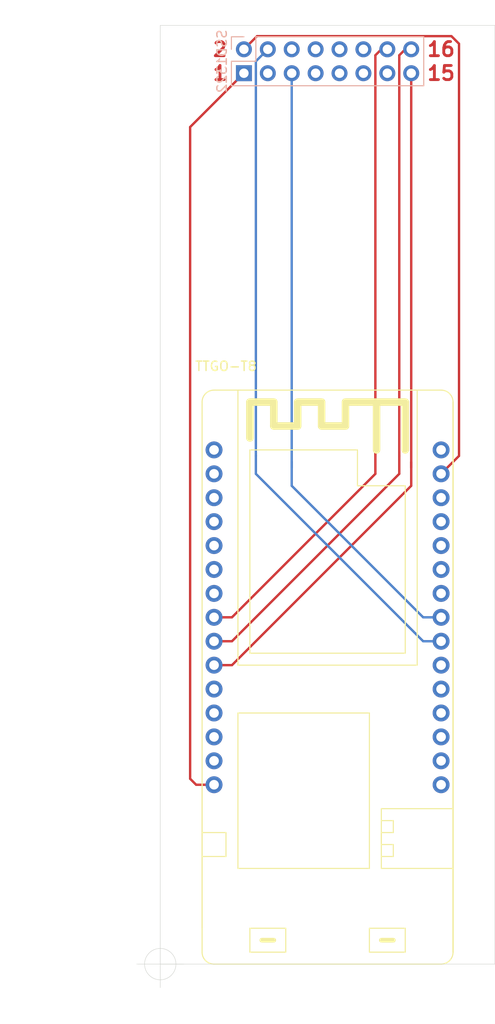
<source format=kicad_pcb>
(kicad_pcb (version 20171130) (host pcbnew 5.1.9)

  (general
    (thickness 1.6)
    (drawings 11)
    (tracks 34)
    (zones 0)
    (modules 2)
    (nets 1)
  )

  (page A4)
  (title_block
    (title Verbindungsplatine)
    (date 2021-03-26)
    (company "Oliver Jaksch")
  )

  (layers
    (0 F.Cu signal)
    (31 B.Cu signal)
    (32 B.Adhes user)
    (33 F.Adhes user)
    (34 B.Paste user)
    (35 F.Paste user)
    (36 B.SilkS user)
    (37 F.SilkS user)
    (38 B.Mask user)
    (39 F.Mask user)
    (40 Dwgs.User user)
    (41 Cmts.User user)
    (42 Eco1.User user)
    (43 Eco2.User user)
    (44 Edge.Cuts user)
    (45 Margin user)
    (46 B.CrtYd user)
    (47 F.CrtYd user)
    (48 B.Fab user)
    (49 F.Fab user)
  )

  (setup
    (last_trace_width 0.25)
    (trace_clearance 0.2)
    (zone_clearance 0.508)
    (zone_45_only no)
    (trace_min 0.2)
    (via_size 0.8)
    (via_drill 0.4)
    (via_min_size 0.4)
    (via_min_drill 0.3)
    (uvia_size 0.3)
    (uvia_drill 0.1)
    (uvias_allowed no)
    (uvia_min_size 0.2)
    (uvia_min_drill 0.1)
    (edge_width 0.05)
    (segment_width 0.2)
    (pcb_text_width 0.3)
    (pcb_text_size 1.5 1.5)
    (mod_edge_width 0.12)
    (mod_text_size 1 1)
    (mod_text_width 0.15)
    (pad_size 1.7 1.7)
    (pad_drill 1)
    (pad_to_mask_clearance 0)
    (aux_axis_origin 132.08 151.13)
    (grid_origin 132.08 151.13)
    (visible_elements FFFFFF7F)
    (pcbplotparams
      (layerselection 0x010fc_ffffffff)
      (usegerberextensions true)
      (usegerberattributes false)
      (usegerberadvancedattributes false)
      (creategerberjobfile false)
      (excludeedgelayer true)
      (linewidth 0.150000)
      (plotframeref false)
      (viasonmask false)
      (mode 1)
      (useauxorigin false)
      (hpglpennumber 1)
      (hpglpenspeed 20)
      (hpglpendiameter 15.000000)
      (psnegative false)
      (psa4output false)
      (plotreference true)
      (plotvalue true)
      (plotinvisibletext false)
      (padsonsilk true)
      (subtractmaskfromsilk false)
      (outputformat 1)
      (mirror false)
      (drillshape 0)
      (scaleselection 1)
      (outputdirectory "/tmp/x/pcbway"))
  )

  (net 0 "")

  (net_class Default "Dies ist die voreingestellte Netzklasse."
    (clearance 0.2)
    (trace_width 0.25)
    (via_dia 0.8)
    (via_drill 0.4)
    (uvia_dia 0.3)
    (uvia_drill 0.1)
  )

  (module ttgo:TTGO-T8 (layer F.Cu) (tedit 605DCED6) (tstamp 605E0884)
    (at 137.795 96.52)
    (fp_text reference TTGO-T8 (at 1.27 -8.89) (layer F.SilkS)
      (effects (font (size 1 1) (thickness 0.15)))
    )
    (fp_text value TTGO-T8 (at 9.525 35.56) (layer F.Fab)
      (effects (font (size 1 1) (thickness 0.15)))
    )
    (fp_line (start 16.51 50.8) (end 20.32 50.8) (layer F.SilkS) (width 0.12))
    (fp_line (start 17.78 52.07) (end 19.05 52.07) (layer F.SilkS) (width 0.5))
    (fp_line (start 16.51 53.34) (end 16.51 50.8) (layer F.SilkS) (width 0.12))
    (fp_line (start 20.32 53.34) (end 16.51 53.34) (layer F.SilkS) (width 0.12))
    (fp_line (start 20.32 50.8) (end 20.32 53.34) (layer F.SilkS) (width 0.12))
    (fp_line (start 25.4 -5.08) (end 25.4 53.34) (layer F.SilkS) (width 0.15))
    (fp_line (start -1.27 -5.08) (end -1.27 -3.81) (layer F.SilkS) (width 0.12))
    (fp_line (start -1.27 -3.81) (end -1.27 53.34) (layer F.SilkS) (width 0.12))
    (fp_line (start -1.27 35.56) (end -1.27 50.8) (layer F.SilkS) (width 0.12))
    (fp_line (start 0 54.61) (end 24.13 54.61) (layer F.SilkS) (width 0.12))
    (fp_line (start 25.4 -5.08) (end 25.4 -5.08) (layer F.SilkS) (width 0.12))
    (fp_line (start 24.13 -6.35) (end 0 -6.35) (layer F.SilkS) (width 0.12))
    (fp_line (start 25.4 38.1) (end 17.78 38.1) (layer F.SilkS) (width 0.12))
    (fp_line (start 17.78 38.1) (end 17.78 43.18) (layer F.SilkS) (width 0.12))
    (fp_line (start 17.78 39.37) (end 19.05 39.37) (layer F.SilkS) (width 0.12))
    (fp_line (start 19.05 39.37) (end 19.05 40.64) (layer F.SilkS) (width 0.12))
    (fp_line (start 19.05 40.64) (end 17.78 40.64) (layer F.SilkS) (width 0.12))
    (fp_line (start 17.78 40.64) (end 17.78 41.91) (layer F.SilkS) (width 0.12))
    (fp_line (start 17.78 41.91) (end 19.05 41.91) (layer F.SilkS) (width 0.12))
    (fp_line (start 19.05 41.91) (end 19.05 43.18) (layer F.SilkS) (width 0.12))
    (fp_line (start 19.05 43.18) (end 17.78 43.18) (layer F.SilkS) (width 0.12))
    (fp_line (start 17.78 43.18) (end 17.78 44.45) (layer F.SilkS) (width 0.12))
    (fp_line (start 17.78 44.45) (end 25.4 44.45) (layer F.SilkS) (width 0.12))
    (fp_line (start 2.54 27.94) (end 16.51 27.94) (layer F.SilkS) (width 0.12))
    (fp_line (start 16.51 27.94) (end 16.51 44.45) (layer F.SilkS) (width 0.12))
    (fp_line (start 16.51 44.45) (end 2.54 44.45) (layer F.SilkS) (width 0.12))
    (fp_line (start 2.54 44.45) (end 2.54 27.94) (layer F.SilkS) (width 0.12))
    (fp_line (start -1.27 40.64) (end 1.27 40.64) (layer F.SilkS) (width 0.12))
    (fp_line (start 1.27 40.64) (end 1.27 43.18) (layer F.SilkS) (width 0.12))
    (fp_line (start 1.27 43.18) (end -1.27 43.18) (layer F.SilkS) (width 0.12))
    (fp_line (start 2.54 22.86) (end 2.54 -6.35) (layer F.SilkS) (width 0.12))
    (fp_line (start 2.54 22.86) (end 21.59 22.86) (layer F.SilkS) (width 0.12))
    (fp_line (start 21.59 22.86) (end 21.59 -6.35) (layer F.SilkS) (width 0.12))
    (fp_line (start 3.81 0) (end 15.24 0) (layer F.SilkS) (width 0.12))
    (fp_line (start 15.24 0) (end 15.24 2.54) (layer F.SilkS) (width 0.12))
    (fp_line (start 15.24 2.54) (end 15.24 3.81) (layer F.SilkS) (width 0.12))
    (fp_line (start 15.24 3.81) (end 20.32 3.81) (layer F.SilkS) (width 0.12))
    (fp_line (start 20.32 3.81) (end 20.32 21.59) (layer F.SilkS) (width 0.12))
    (fp_line (start 20.32 21.59) (end 3.81 21.59) (layer F.SilkS) (width 0.12))
    (fp_line (start 3.81 21.59) (end 3.81 0) (layer F.SilkS) (width 0.12))
    (fp_line (start 7.62 50.8) (end 7.62 53.34) (layer F.SilkS) (width 0.12))
    (fp_line (start 7.62 53.34) (end 3.81 53.34) (layer F.SilkS) (width 0.12))
    (fp_line (start 3.81 53.34) (end 3.81 50.8) (layer F.SilkS) (width 0.12))
    (fp_line (start 3.81 50.8) (end 7.62 50.8) (layer F.SilkS) (width 0.12))
    (fp_line (start 5.08 52.07) (end 6.35 52.07) (layer F.SilkS) (width 0.5))
    (fp_line (start 20.32 0) (end 20.32 -5.08) (layer F.SilkS) (width 0.8))
    (fp_line (start 20.32 -5.08) (end 15.24 -5.08) (layer F.SilkS) (width 0.8))
    (fp_line (start 15.24 -5.08) (end 13.97 -5.08) (layer F.SilkS) (width 0.8))
    (fp_line (start 13.97 -5.08) (end 13.97 -2.54) (layer F.SilkS) (width 0.8))
    (fp_line (start 13.97 -2.54) (end 11.43 -2.54) (layer F.SilkS) (width 0.8))
    (fp_line (start 11.43 -2.54) (end 11.43 -5.08) (layer F.SilkS) (width 0.8))
    (fp_line (start 11.43 -5.08) (end 8.89 -5.08) (layer F.SilkS) (width 0.8))
    (fp_line (start 8.89 -5.08) (end 8.89 -2.54) (layer F.SilkS) (width 0.8))
    (fp_line (start 8.89 -2.54) (end 6.35 -2.54) (layer F.SilkS) (width 0.8))
    (fp_line (start 6.35 -2.54) (end 6.35 -5.08) (layer F.SilkS) (width 0.8))
    (fp_line (start 6.35 -5.08) (end 3.81 -5.08) (layer F.SilkS) (width 0.8))
    (fp_line (start 3.81 -5.08) (end 3.81 -1.27) (layer F.SilkS) (width 0.8))
    (fp_line (start 17.272 0) (end 17.272 -5.08) (layer F.SilkS) (width 0.8))
    (fp_arc (start 0 -5.08) (end 0 -6.35) (angle -90) (layer F.SilkS) (width 0.12))
    (fp_arc (start 24.13 -5.08) (end 25.4 -5.08) (angle -90) (layer F.SilkS) (width 0.12))
    (fp_arc (start 24.13 53.34) (end 24.13 54.61) (angle -90) (layer F.SilkS) (width 0.12))
    (fp_arc (start 0 53.34) (end -1.27 53.34) (angle -90) (layer F.SilkS) (width 0.12))
    (pad 5V thru_hole circle (at 24.13 35.56) (size 1.8 1.8) (drill 1.02) (layers *.Cu *.Mask))
    (pad 4 thru_hole circle (at 24.13 33.02) (size 1.8 1.8) (drill 1.02) (layers *.Cu *.Mask))
    (pad 0 thru_hole circle (at 24.13 30.48) (size 1.8 1.8) (drill 1.02) (layers *.Cu *.Mask))
    (pad GND thru_hole circle (at 24.13 27.94) (size 1.8 1.8) (drill 1.02) (layers *.Cu *.Mask))
    (pad 2 thru_hole circle (at 24.13 25.4) (size 1.8 1.8) (drill 1.02) (layers *.Cu *.Mask))
    (pad 5 thru_hole circle (at 24.13 22.86) (size 1.8 1.8) (drill 1.02) (layers *.Cu *.Mask))
    (pad 18 thru_hole circle (at 24.13 20.32) (size 1.8 1.8) (drill 1.02) (layers *.Cu *.Mask))
    (pad 23 thru_hole circle (at 24.13 17.78) (size 1.8 1.8) (drill 1.02) (layers *.Cu *.Mask))
    (pad 19 thru_hole circle (at 24.13 15.24) (size 1.8 1.8) (drill 1.02) (layers *.Cu *.Mask))
    (pad 22 thru_hole circle (at 24.13 12.7) (size 1.8 1.8) (drill 1.02) (layers *.Cu *.Mask))
    (pad RXD thru_hole circle (at 24.13 10.16) (size 1.8 1.8) (drill 1.02) (layers *.Cu *.Mask))
    (pad TXD thru_hole circle (at 24.13 7.62) (size 1.8 1.8) (drill 1.02) (layers *.Cu *.Mask))
    (pad 21 thru_hole circle (at 24.13 5.08) (size 1.8 1.8) (drill 1.02) (layers *.Cu *.Mask))
    (pad 3-3 thru_hole circle (at 24.13 2.54) (size 1.8 1.8) (drill 1.02) (layers *.Cu *.Mask))
    (pad GND thru_hole circle (at 24.13 0) (size 1.8 1.8) (drill 1.02) (layers *.Cu *.Mask))
    (pad GND thru_hole circle (at 0 35.56) (size 1.8 1.8) (drill 1.02) (layers *.Cu *.Mask))
    (pad 15 thru_hole circle (at 0 33.02) (size 1.8 1.8) (drill 1.02) (layers *.Cu *.Mask))
    (pad 13 thru_hole circle (at 0 30.48) (size 1.8 1.8) (drill 1.02) (layers *.Cu *.Mask))
    (pad 12 thru_hole circle (at 0 27.94) (size 1.8 1.8) (drill 1.02) (layers *.Cu *.Mask))
    (pad 14 thru_hole circle (at 0 25.4) (size 1.8 1.8) (drill 1.02) (layers *.Cu *.Mask))
    (pad 27 thru_hole circle (at 0 22.86) (size 1.8 1.8) (drill 1.02) (layers *.Cu *.Mask))
    (pad 26 thru_hole circle (at 0 20.32) (size 1.8 1.8) (drill 1.02) (layers *.Cu *.Mask))
    (pad 25 thru_hole circle (at 0 17.78) (size 1.8 1.8) (drill 1.02) (layers *.Cu *.Mask))
    (pad 33 thru_hole circle (at 0 15.24) (size 1.8 1.8) (drill 1.02) (layers *.Cu *.Mask))
    (pad 32 thru_hole circle (at 0 12.7) (size 1.8 1.8) (drill 1.02) (layers *.Cu *.Mask))
    (pad 35 thru_hole circle (at 0 10.16) (size 1.8 1.8) (drill 1.02) (layers *.Cu *.Mask))
    (pad 34 thru_hole circle (at 0 7.62) (size 1.8 1.8) (drill 1.02) (layers *.Cu *.Mask))
    (pad RST thru_hole circle (at 0 5.08) (size 1.8 1.8) (drill 1.02) (layers *.Cu *.Mask))
    (pad VN thru_hole circle (at 0 2.54) (size 1.8 1.8) (drill 1.02) (layers *.Cu *.Mask))
    (pad VP thru_hole circle (at 0 0) (size 1.8 1.8) (drill 1.02) (layers *.Cu *.Mask))
  )

  (module Pin_Headers:Pin_Header_Straight_2x08_Pitch2.54mm (layer B.Cu) (tedit 605C3FD7) (tstamp 605C3267)
    (at 140.97 53.975 270)
    (descr "Through hole straight pin header, 2x08, 2.54mm pitch, double rows")
    (tags "Through hole pin header THT 2x08 2.54mm double row")
    (fp_text reference SSD1322 (at 1.27 2.33 90) (layer B.SilkS)
      (effects (font (size 1 1) (thickness 0.15)) (justify mirror))
    )
    (fp_text value Pin_Header_2x08 (at 1.27 -20.11 90) (layer B.Fab)
      (effects (font (size 1 1) (thickness 0.15)) (justify mirror))
    )
    (fp_line (start 0 1.27) (end 3.81 1.27) (layer B.Fab) (width 0.1))
    (fp_line (start 3.81 1.27) (end 3.81 -19.05) (layer B.Fab) (width 0.1))
    (fp_line (start 3.81 -19.05) (end -1.27 -19.05) (layer B.Fab) (width 0.1))
    (fp_line (start -1.27 -19.05) (end -1.27 0) (layer B.Fab) (width 0.1))
    (fp_line (start -1.27 0) (end 0 1.27) (layer B.Fab) (width 0.1))
    (fp_line (start -1.33 -19.11) (end 3.87 -19.11) (layer B.SilkS) (width 0.12))
    (fp_line (start -1.33 -1.27) (end -1.33 -19.11) (layer B.SilkS) (width 0.12))
    (fp_line (start 3.87 1.33) (end 3.87 -19.11) (layer B.SilkS) (width 0.12))
    (fp_line (start -1.33 -1.27) (end 1.27 -1.27) (layer B.SilkS) (width 0.12))
    (fp_line (start 1.27 -1.27) (end 1.27 1.33) (layer B.SilkS) (width 0.12))
    (fp_line (start 1.27 1.33) (end 3.87 1.33) (layer B.SilkS) (width 0.12))
    (fp_line (start -1.33 0) (end -1.33 1.33) (layer B.SilkS) (width 0.12))
    (fp_line (start -1.33 1.33) (end 0 1.33) (layer B.SilkS) (width 0.12))
    (fp_line (start -1.8 1.8) (end -1.8 -19.55) (layer B.CrtYd) (width 0.05))
    (fp_line (start -1.8 -19.55) (end 4.35 -19.55) (layer B.CrtYd) (width 0.05))
    (fp_line (start 4.35 -19.55) (end 4.35 1.8) (layer B.CrtYd) (width 0.05))
    (fp_line (start 4.35 1.8) (end -1.8 1.8) (layer B.CrtYd) (width 0.05))
    (fp_text user %R (at 1.27 -8.89 180) (layer B.Fab)
      (effects (font (size 1 1) (thickness 0.15)) (justify mirror))
    )
    (pad 1 thru_hole rect (at 2.54 0 270) (size 1.7 1.7) (drill 1) (layers *.Cu *.Mask))
    (pad 2 thru_hole oval (at 0 0 270) (size 1.7 1.7) (drill 1) (layers *.Cu *.Mask))
    (pad 4 thru_hole oval (at 0 -2.54 270) (size 1.7 1.7) (drill 1) (layers *.Cu *.Mask))
    (pad 3 thru_hole oval (at 2.54 -2.54 270) (size 1.7 1.7) (drill 1) (layers *.Cu *.Mask))
    (pad 6 thru_hole oval (at 0 -5.08 270) (size 1.7 1.7) (drill 1) (layers *.Cu *.Mask))
    (pad 5 thru_hole oval (at 2.54 -5.08 270) (size 1.7 1.7) (drill 1) (layers *.Cu *.Mask))
    (pad 8 thru_hole oval (at 0 -7.62 270) (size 1.7 1.7) (drill 1) (layers *.Cu *.Mask))
    (pad 7 thru_hole oval (at 2.54 -7.62 270) (size 1.7 1.7) (drill 1) (layers *.Cu *.Mask))
    (pad 10 thru_hole oval (at 0 -10.16 270) (size 1.7 1.7) (drill 1) (layers *.Cu *.Mask))
    (pad 9 thru_hole oval (at 2.54 -10.16 270) (size 1.7 1.7) (drill 1) (layers *.Cu *.Mask))
    (pad 12 thru_hole oval (at 0 -12.7 270) (size 1.7 1.7) (drill 1) (layers *.Cu *.Mask))
    (pad 11 thru_hole oval (at 2.54 -12.7 270) (size 1.7 1.7) (drill 1) (layers *.Cu *.Mask))
    (pad 14 thru_hole oval (at 0 -15.24 270) (size 1.7 1.7) (drill 1) (layers *.Cu *.Mask))
    (pad 13 thru_hole oval (at 2.54 -15.24 270) (size 1.7 1.7) (drill 1) (layers *.Cu *.Mask))
    (pad 16 thru_hole oval (at 0 -17.78 270) (size 1.7 1.7) (drill 1) (layers *.Cu *.Mask))
    (pad 15 thru_hole oval (at 2.54 -17.78 270) (size 1.7 1.7) (drill 1) (layers *.Cu *.Mask))
    (model ${KISYS3DMOD}/Pin_Headers.3dshapes/Pin_Header_Straight_2x08_Pitch2.54mm.wrl
      (at (xyz 0 0 0))
      (scale (xyz 1 1 1))
      (rotate (xyz 0 0 0))
    )
  )

  (dimension 60.96 (width 0.15) (layer Dwgs.User)
    (gr_text "60,960 mm" (at 118.715 120.65 90) (layer Dwgs.User)
      (effects (font (size 1 1) (thickness 0.15)))
    )
    (feature1 (pts (xy 128.27 90.17) (xy 119.428579 90.17)))
    (feature2 (pts (xy 128.27 151.13) (xy 119.428579 151.13)))
    (crossbar (pts (xy 120.015 151.13) (xy 120.015 90.17)))
    (arrow1a (pts (xy 120.015 90.17) (xy 120.601421 91.296504)))
    (arrow1b (pts (xy 120.015 90.17) (xy 119.428579 91.296504)))
    (arrow2a (pts (xy 120.015 151.13) (xy 120.601421 150.003496)))
    (arrow2b (pts (xy 120.015 151.13) (xy 119.428579 150.003496)))
  )
  (dimension 26.67 (width 0.15) (layer Dwgs.User)
    (gr_text "26,670 mm" (at 149.86 158.145) (layer Dwgs.User)
      (effects (font (size 1 1) (thickness 0.15)))
    )
    (feature1 (pts (xy 163.195 153.035) (xy 163.195 157.431421)))
    (feature2 (pts (xy 136.525 153.035) (xy 136.525 157.431421)))
    (crossbar (pts (xy 136.525 156.845) (xy 163.195 156.845)))
    (arrow1a (pts (xy 163.195 156.845) (xy 162.068496 157.431421)))
    (arrow1b (pts (xy 163.195 156.845) (xy 162.068496 156.258579)))
    (arrow2a (pts (xy 136.525 156.845) (xy 137.651504 157.431421)))
    (arrow2b (pts (xy 136.525 156.845) (xy 137.651504 156.258579)))
  )
  (gr_line (start 167.64 151.13) (end 167.64 51.435) (layer Edge.Cuts) (width 0.05) (tstamp 605C8505))
  (gr_line (start 132.08 51.435) (end 132.08 151.13) (layer Edge.Cuts) (width 0.05) (tstamp 605C8503))
  (gr_line (start 167.64 51.435) (end 132.08 51.435) (layer Edge.Cuts) (width 0.05))
  (gr_line (start 132.08 151.13) (end 167.64 151.13) (layer Edge.Cuts) (width 0.05))
  (target plus (at 132.08 151.13) (size 5) (width 0.05) (layer Edge.Cuts) (tstamp 605C8403))
  (gr_text 16 (at 161.925 53.975) (layer F.Cu)
    (effects (font (size 1.5 1.5) (thickness 0.3)))
  )
  (gr_text 15 (at 161.925 56.515) (layer F.Cu)
    (effects (font (size 1.5 1.5) (thickness 0.3)))
  )
  (gr_text 2 (at 138.43 53.975) (layer F.Cu)
    (effects (font (size 1.5 1.5) (thickness 0.3)))
  )
  (gr_text 1 (at 138.43 56.515) (layer F.Cu)
    (effects (font (size 1.5 1.5) (thickness 0.3)))
  )

  (segment (start 142.24 55.245) (end 142.875 54.61) (width 0.25) (layer B.Cu) (net 0))
  (segment (start 142.24 97.155) (end 142.24 55.245) (width 0.25) (layer B.Cu) (net 0))
  (segment (start 155.575 53.975) (end 154.94 54.61) (width 0.25) (layer F.Cu) (net 0))
  (segment (start 158.75 56.515) (end 158.75 98.425) (width 0.25) (layer F.Cu) (net 0))
  (segment (start 158.115 53.975) (end 157.48 54.61) (width 0.25) (layer F.Cu) (net 0))
  (segment (start 157.48 54.61) (end 157.48 97.155) (width 0.25) (layer F.Cu) (net 0))
  (segment (start 161.925 116.84) (end 160.02 116.84) (width 0.25) (layer B.Cu) (net 0))
  (segment (start 160.02 116.84) (end 142.24 99.06) (width 0.25) (layer B.Cu) (net 0))
  (segment (start 142.24 99.06) (end 142.24 97.155) (width 0.25) (layer B.Cu) (net 0))
  (segment (start 161.925 114.3) (end 160.02 114.3) (width 0.25) (layer B.Cu) (net 0))
  (segment (start 160.02 114.3) (end 146.05 100.33) (width 0.25) (layer B.Cu) (net 0))
  (segment (start 146.05 100.33) (end 146.05 97.79) (width 0.25) (layer B.Cu) (net 0))
  (segment (start 146.05 97.79) (end 146.05 98.425) (width 0.25) (layer B.Cu) (net 0))
  (segment (start 146.05 56.515) (end 146.05 97.79) (width 0.25) (layer B.Cu) (net 0))
  (segment (start 137.795 119.38) (end 139.7 119.38) (width 0.25) (layer F.Cu) (net 0))
  (segment (start 139.7 119.38) (end 158.75 100.33) (width 0.25) (layer F.Cu) (net 0))
  (segment (start 158.75 100.33) (end 158.75 97.79) (width 0.25) (layer F.Cu) (net 0))
  (segment (start 137.795 116.84) (end 139.7 116.84) (width 0.25) (layer F.Cu) (net 0))
  (segment (start 139.7 116.84) (end 157.48 99.06) (width 0.25) (layer F.Cu) (net 0))
  (segment (start 157.48 99.06) (end 157.48 97.155) (width 0.25) (layer F.Cu) (net 0))
  (segment (start 137.795 114.3) (end 139.7 114.3) (width 0.25) (layer F.Cu) (net 0))
  (segment (start 139.7 114.3) (end 154.94 99.06) (width 0.25) (layer F.Cu) (net 0))
  (segment (start 154.94 99.06) (end 154.94 96.52) (width 0.25) (layer F.Cu) (net 0))
  (segment (start 154.94 96.52) (end 154.94 54.61) (width 0.25) (layer F.Cu) (net 0))
  (segment (start 154.94 97.155) (end 154.94 96.52) (width 0.25) (layer F.Cu) (net 0))
  (segment (start 137.795 132.08) (end 135.89 132.08) (width 0.25) (layer F.Cu) (net 0))
  (segment (start 135.89 132.08) (end 135.255 131.445) (width 0.25) (layer F.Cu) (net 0))
  (segment (start 135.255 62.23) (end 140.97 56.515) (width 0.25) (layer F.Cu) (net 0))
  (segment (start 135.255 131.445) (end 135.255 62.23) (width 0.25) (layer F.Cu) (net 0))
  (segment (start 140.97 53.975) (end 142.367 52.578) (width 0.25) (layer F.Cu) (net 0))
  (segment (start 163.021194 52.578) (end 163.83 53.386806) (width 0.25) (layer F.Cu) (net 0))
  (segment (start 142.367 52.578) (end 163.021194 52.578) (width 0.25) (layer F.Cu) (net 0))
  (segment (start 163.83 97.155) (end 161.925 99.06) (width 0.25) (layer F.Cu) (net 0))
  (segment (start 163.83 53.386806) (end 163.83 97.155) (width 0.25) (layer F.Cu) (net 0))

)

</source>
